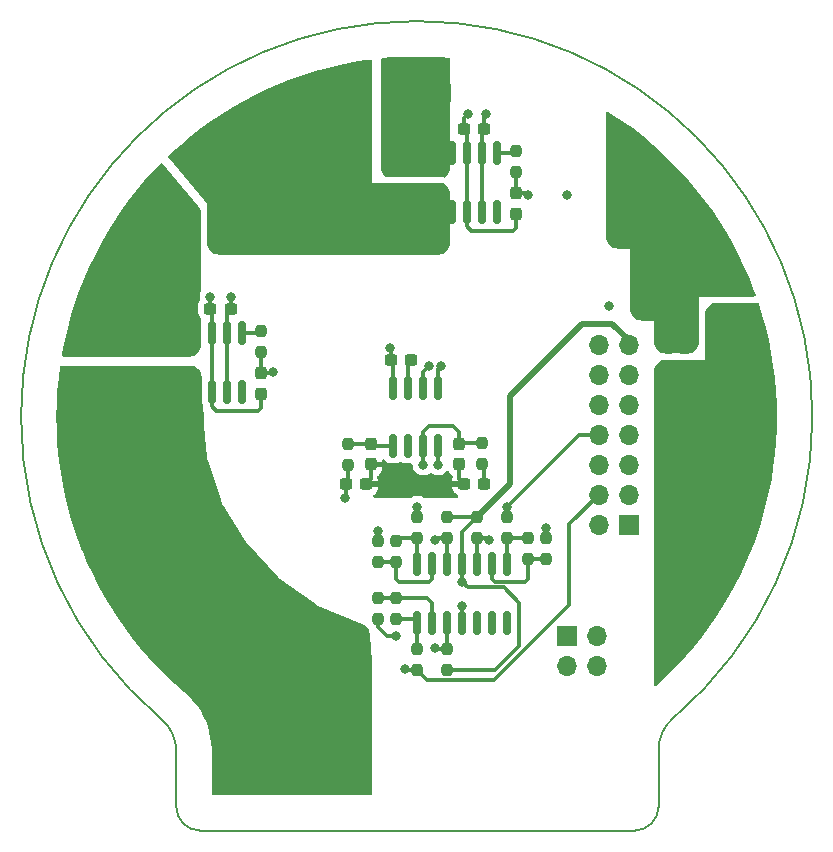
<source format=gbr>
%TF.GenerationSoftware,KiCad,Pcbnew,7.0.6*%
%TF.CreationDate,2024-03-18T21:18:51+03:00*%
%TF.ProjectId,_____ ________,1f3b3042-3020-4343-9042-47383a3e322e,rev?*%
%TF.SameCoordinates,Original*%
%TF.FileFunction,Copper,L1,Top*%
%TF.FilePolarity,Positive*%
%FSLAX46Y46*%
G04 Gerber Fmt 4.6, Leading zero omitted, Abs format (unit mm)*
G04 Created by KiCad (PCBNEW 7.0.6) date 2024-03-18 21:18:51*
%MOMM*%
%LPD*%
G01*
G04 APERTURE LIST*
G04 Aperture macros list*
%AMRoundRect*
0 Rectangle with rounded corners*
0 $1 Rounding radius*
0 $2 $3 $4 $5 $6 $7 $8 $9 X,Y pos of 4 corners*
0 Add a 4 corners polygon primitive as box body*
4,1,4,$2,$3,$4,$5,$6,$7,$8,$9,$2,$3,0*
0 Add four circle primitives for the rounded corners*
1,1,$1+$1,$2,$3*
1,1,$1+$1,$4,$5*
1,1,$1+$1,$6,$7*
1,1,$1+$1,$8,$9*
0 Add four rect primitives between the rounded corners*
20,1,$1+$1,$2,$3,$4,$5,0*
20,1,$1+$1,$4,$5,$6,$7,0*
20,1,$1+$1,$6,$7,$8,$9,0*
20,1,$1+$1,$8,$9,$2,$3,0*%
%AMRotRect*
0 Rectangle, with rotation*
0 The origin of the aperture is its center*
0 $1 length*
0 $2 width*
0 $3 Rotation angle, in degrees counterclockwise*
0 Add horizontal line*
21,1,$1,$2,0,0,$3*%
G04 Aperture macros list end*
%TA.AperFunction,SMDPad,CuDef*%
%ADD10RoundRect,0.249999X-1.425001X0.450001X-1.425001X-0.450001X1.425001X-0.450001X1.425001X0.450001X0*%
%TD*%
%TA.AperFunction,SMDPad,CuDef*%
%ADD11RoundRect,0.237500X0.237500X-0.250000X0.237500X0.250000X-0.237500X0.250000X-0.237500X-0.250000X0*%
%TD*%
%TA.AperFunction,ComponentPad*%
%ADD12RotRect,1.635000X1.635000X290.000000*%
%TD*%
%TA.AperFunction,ComponentPad*%
%ADD13C,1.635000*%
%TD*%
%TA.AperFunction,SMDPad,CuDef*%
%ADD14RoundRect,0.237500X0.237500X-0.300000X0.237500X0.300000X-0.237500X0.300000X-0.237500X-0.300000X0*%
%TD*%
%TA.AperFunction,SMDPad,CuDef*%
%ADD15RoundRect,0.237500X0.300000X0.237500X-0.300000X0.237500X-0.300000X-0.237500X0.300000X-0.237500X0*%
%TD*%
%TA.AperFunction,ComponentPad*%
%ADD16C,6.000000*%
%TD*%
%TA.AperFunction,SMDPad,CuDef*%
%ADD17RoundRect,0.237500X-0.300000X-0.237500X0.300000X-0.237500X0.300000X0.237500X-0.300000X0.237500X0*%
%TD*%
%TA.AperFunction,SMDPad,CuDef*%
%ADD18RoundRect,0.237500X-0.237500X0.250000X-0.237500X-0.250000X0.237500X-0.250000X0.237500X0.250000X0*%
%TD*%
%TA.AperFunction,SMDPad,CuDef*%
%ADD19RoundRect,0.150000X0.150000X-0.825000X0.150000X0.825000X-0.150000X0.825000X-0.150000X-0.825000X0*%
%TD*%
%TA.AperFunction,SMDPad,CuDef*%
%ADD20RoundRect,0.237500X-0.237500X0.300000X-0.237500X-0.300000X0.237500X-0.300000X0.237500X0.300000X0*%
%TD*%
%TA.AperFunction,ComponentPad*%
%ADD21RotRect,1.635000X1.635000X70.000000*%
%TD*%
%TA.AperFunction,ComponentPad*%
%ADD22RotRect,1.635000X1.635000X300.000000*%
%TD*%
%TA.AperFunction,ComponentPad*%
%ADD23R,1.635000X1.635000*%
%TD*%
%TA.AperFunction,ComponentPad*%
%ADD24RotRect,1.635000X1.635000X60.000000*%
%TD*%
%TA.AperFunction,SMDPad,CuDef*%
%ADD25RoundRect,0.150000X-0.150000X0.825000X-0.150000X-0.825000X0.150000X-0.825000X0.150000X0.825000X0*%
%TD*%
%TA.AperFunction,ComponentPad*%
%ADD26RotRect,1.635000X1.635000X50.000000*%
%TD*%
%TA.AperFunction,ComponentPad*%
%ADD27R,1.700000X1.700000*%
%TD*%
%TA.AperFunction,ComponentPad*%
%ADD28O,1.700000X1.700000*%
%TD*%
%TA.AperFunction,ComponentPad*%
%ADD29RotRect,1.635000X1.635000X310.000000*%
%TD*%
%TA.AperFunction,ViaPad*%
%ADD30C,0.800000*%
%TD*%
%TA.AperFunction,Conductor*%
%ADD31C,0.300000*%
%TD*%
%TA.AperFunction,Conductor*%
%ADD32C,0.500000*%
%TD*%
%TA.AperFunction,Profile*%
%ADD33C,0.200000*%
%TD*%
G04 APERTURE END LIST*
D10*
%TO.P,R5,1*%
%TO.N,B*%
X151892000Y-60450000D03*
%TO.P,R5,2*%
%TO.N,B_OUT*%
X151892000Y-66550000D03*
%TD*%
D11*
%TO.P,R17,1*%
%TO.N,GNDA*%
X148590000Y-100480500D03*
%TO.P,R17,2*%
%TO.N,Net-(U4C--)*%
X148590000Y-98655500D03*
%TD*%
D12*
%TO.P,J13,1,1*%
%TO.N,B_OUT*%
X144872270Y-59835673D03*
D13*
%TO.P,J13,2,2*%
X146411361Y-64064290D03*
%TD*%
D14*
%TO.P,C4,1*%
%TO.N,GND*%
X155448000Y-87323000D03*
%TO.P,C4,2*%
%TO.N,OUT_MCU*%
X155448000Y-85598000D03*
%TD*%
D15*
%TO.P,C8,1*%
%TO.N,+3.3V*%
X136091000Y-74168000D03*
%TO.P,C8,2*%
%TO.N,GND*%
X134366000Y-74168000D03*
%TD*%
D16*
%TO.P,J2,1,Pin_1*%
%TO.N,B*%
X151765000Y-55880000D03*
%TD*%
D17*
%TO.P,C1,1*%
%TO.N,+3.3V*%
X145822500Y-89050500D03*
%TO.P,C1,2*%
%TO.N,GND*%
X147547500Y-89050500D03*
%TD*%
D18*
%TO.P,R12,1*%
%TO.N,Temp_Coil_B_MCU*%
X151892000Y-91797500D03*
%TO.P,R12,2*%
%TO.N,Net-(R12-Pad2)*%
X151892000Y-93622500D03*
%TD*%
%TO.P,R10,1*%
%TO.N,Temp_Coil_A_MCU*%
X159512000Y-91797500D03*
%TO.P,R10,2*%
%TO.N,Net-(R10-Pad2)*%
X159512000Y-93622500D03*
%TD*%
D11*
%TO.P,R8,1*%
%TO.N,Current_C_MCU*%
X138684000Y-77874500D03*
%TO.P,R8,2*%
%TO.N,Net-(R8-Pad2)*%
X138684000Y-76049500D03*
%TD*%
D16*
%TO.P,J3,1,Pin_1*%
%TO.N,C*%
X129540000Y-70485000D03*
%TD*%
D19*
%TO.P,U2,1,-*%
%TO.N,B_OUT*%
X154813000Y-65975000D03*
%TO.P,U2,2,GND*%
%TO.N,GND*%
X156083000Y-65975000D03*
%TO.P,U2,3,REF2*%
%TO.N,+3.3V*%
X157353000Y-65975000D03*
%TO.P,U2,4,NC*%
%TO.N,unconnected-(U2-NC-Pad4)*%
X158623000Y-65975000D03*
%TO.P,U2,5*%
%TO.N,Net-(R6-Pad2)*%
X158623000Y-61025000D03*
%TO.P,U2,6,V+*%
%TO.N,+3.3V*%
X157353000Y-61025000D03*
%TO.P,U2,7,REF1*%
%TO.N,GND*%
X156083000Y-61025000D03*
%TO.P,U2,8,+*%
%TO.N,B*%
X154813000Y-61025000D03*
%TD*%
D18*
%TO.P,R16,1*%
%TO.N,GNDA*%
X148590000Y-93829500D03*
%TO.P,R16,2*%
%TO.N,Net-(U4B--)*%
X148590000Y-95654500D03*
%TD*%
%TO.P,R20,1*%
%TO.N,Net-(U4C--)*%
X150114000Y-98655500D03*
%TO.P,R20,2*%
%TO.N,Net-(R14-Pad2)*%
X150114000Y-100480500D03*
%TD*%
%TO.P,R11,1*%
%TO.N,+3.3VA*%
X154432000Y-91797500D03*
%TO.P,R11,2*%
%TO.N,PTC_Coil_B*%
X154432000Y-93622500D03*
%TD*%
D20*
%TO.P,C7,1*%
%TO.N,Current_B_MCU*%
X160274000Y-64415500D03*
%TO.P,C7,2*%
%TO.N,GND*%
X160274000Y-66140500D03*
%TD*%
D18*
%TO.P,R18,1*%
%TO.N,GNDA*%
X162814000Y-93575500D03*
%TO.P,R18,2*%
%TO.N,Net-(U4A--)*%
X162814000Y-95400500D03*
%TD*%
D20*
%TO.P,C3,1*%
%TO.N,Net-(D1-VDD)*%
X147955000Y-85648000D03*
%TO.P,C3,2*%
%TO.N,GND*%
X147955000Y-87373000D03*
%TD*%
D21*
%TO.P,J7,1,1*%
%TO.N,C_OUT*%
X145272909Y-107352617D03*
D13*
%TO.P,J7,2,2*%
X146812000Y-103124000D03*
%TD*%
D22*
%TO.P,J12,1,1*%
%TO.N,B_OUT*%
X139990000Y-62142886D03*
D13*
%TO.P,J12,2,2*%
X142240000Y-66040000D03*
%TD*%
D11*
%TO.P,R19,1*%
%TO.N,Net-(U4A--)*%
X161290000Y-95400500D03*
%TO.P,R19,2*%
%TO.N,Net-(R10-Pad2)*%
X161290000Y-93575500D03*
%TD*%
D19*
%TO.P,U3,1,-*%
%TO.N,C_OUT*%
X133223000Y-81215000D03*
%TO.P,U3,2,GND*%
%TO.N,GND*%
X134493000Y-81215000D03*
%TO.P,U3,3,REF2*%
%TO.N,+3.3V*%
X135763000Y-81215000D03*
%TO.P,U3,4,NC*%
%TO.N,unconnected-(U3-NC-Pad4)*%
X137033000Y-81215000D03*
%TO.P,U3,5*%
%TO.N,Net-(R8-Pad2)*%
X137033000Y-76265000D03*
%TO.P,U3,6,V+*%
%TO.N,+3.3V*%
X135763000Y-76265000D03*
%TO.P,U3,7,REF1*%
%TO.N,GND*%
X134493000Y-76265000D03*
%TO.P,U3,8,+*%
%TO.N,C*%
X133223000Y-76265000D03*
%TD*%
D23*
%TO.P,J6,1,1*%
%TO.N,A_OUT*%
X178272000Y-79248000D03*
D13*
%TO.P,J6,2,2*%
X173772000Y-79248000D03*
%TD*%
D11*
%TO.P,R2,1*%
%TO.N,Net-(C2-Pad2)*%
X157353000Y-87373000D03*
%TO.P,R2,2*%
%TO.N,OUT_MCU*%
X157353000Y-85548000D03*
%TD*%
D16*
%TO.P,J1,1,Pin_1*%
%TO.N,A*%
X173990000Y-70485000D03*
%TD*%
D24*
%TO.P,J10,1,1*%
%TO.N,C_OUT*%
X140498000Y-104989114D03*
D13*
%TO.P,J10,2,2*%
X142748000Y-101092000D03*
%TD*%
D23*
%TO.P,J5,1,1*%
%TO.N,A_OUT*%
X178272000Y-83566000D03*
D13*
%TO.P,J5,2,2*%
X173772000Y-83566000D03*
%TD*%
D25*
%TO.P,U4,1*%
%TO.N,Net-(R10-Pad2)*%
X159512000Y-95823000D03*
%TO.P,U4,2,-*%
%TO.N,Net-(U4A--)*%
X158242000Y-95823000D03*
%TO.P,U4,3,+*%
%TO.N,PTC_Coil_A*%
X156972000Y-95823000D03*
%TO.P,U4,4,V+*%
%TO.N,+3.3VA*%
X155702000Y-95823000D03*
%TO.P,U4,5,+*%
%TO.N,PTC_Coil_B*%
X154432000Y-95823000D03*
%TO.P,U4,6,-*%
%TO.N,Net-(U4B--)*%
X153162000Y-95823000D03*
%TO.P,U4,7*%
%TO.N,Net-(R12-Pad2)*%
X151892000Y-95823000D03*
%TO.P,U4,8*%
%TO.N,Net-(R14-Pad2)*%
X151892000Y-100773000D03*
%TO.P,U4,9,-*%
%TO.N,Net-(U4C--)*%
X153162000Y-100773000D03*
%TO.P,U4,10,+*%
%TO.N,PTC_Coil_C*%
X154432000Y-100773000D03*
%TO.P,U4,11,V-*%
%TO.N,GNDA*%
X155702000Y-100773000D03*
%TO.P,U4,12*%
%TO.N,N/C*%
X156972000Y-100773000D03*
%TO.P,U4,13*%
X158242000Y-100773000D03*
%TO.P,U4,14*%
X159512000Y-100773000D03*
%TD*%
D11*
%TO.P,R6,1*%
%TO.N,Current_B_MCU*%
X160274000Y-62634500D03*
%TO.P,R6,2*%
%TO.N,Net-(R6-Pad2)*%
X160274000Y-60809500D03*
%TD*%
D18*
%TO.P,R9,1*%
%TO.N,+3.3VA*%
X156972000Y-91797500D03*
%TO.P,R9,2*%
%TO.N,PTC_Coil_A*%
X156972000Y-93622500D03*
%TD*%
D26*
%TO.P,J11,1,1*%
%TO.N,C_OUT*%
X136045456Y-101999200D03*
D13*
%TO.P,J11,2,2*%
X138938000Y-98552000D03*
%TD*%
D11*
%TO.P,R14,1*%
%TO.N,Temp_Coil_C_MCU*%
X151892000Y-104798500D03*
%TO.P,R14,2*%
%TO.N,Net-(R14-Pad2)*%
X151892000Y-102973500D03*
%TD*%
D27*
%TO.P,J8,1,Pin_1*%
%TO.N,PTC_Coil_A*%
X164540000Y-101874000D03*
D28*
%TO.P,J8,2,Pin_2*%
%TO.N,GNDA*%
X167080000Y-101874000D03*
%TO.P,J8,3,Pin_3*%
%TO.N,PTC_Coil_C*%
X164540000Y-104414000D03*
%TO.P,J8,4,Pin_4*%
%TO.N,PTC_Coil_B*%
X167080000Y-104414000D03*
%TD*%
D11*
%TO.P,R13,1*%
%TO.N,+3.3VA*%
X154432000Y-104798500D03*
%TO.P,R13,2*%
%TO.N,PTC_Coil_C*%
X154432000Y-102973500D03*
%TD*%
%TO.P,R1,1*%
%TO.N,+3.3V*%
X146050000Y-87423000D03*
%TO.P,R1,2*%
%TO.N,Net-(D1-VDD)*%
X146050000Y-85598000D03*
%TD*%
D10*
%TO.P,R7,1*%
%TO.N,C*%
X129540000Y-75690000D03*
%TO.P,R7,2*%
%TO.N,C_OUT*%
X129540000Y-81790000D03*
%TD*%
D29*
%TO.P,J14,1,1*%
%TO.N,B_OUT*%
X135537456Y-65132800D03*
D13*
%TO.P,J14,2,2*%
X138430000Y-68580000D03*
%TD*%
D17*
%TO.P,C2,1*%
%TO.N,GND*%
X155855500Y-89000500D03*
%TO.P,C2,2*%
%TO.N,Net-(C2-Pad2)*%
X157580500Y-89000500D03*
%TD*%
D15*
%TO.P,C6,1*%
%TO.N,+3.3V*%
X157580500Y-58928000D03*
%TO.P,C6,2*%
%TO.N,GND*%
X155855500Y-58928000D03*
%TD*%
D23*
%TO.P,J9,1,1*%
%TO.N,A_OUT*%
X178272000Y-87884000D03*
D13*
%TO.P,J9,2,2*%
X173772000Y-87884000D03*
%TD*%
D19*
%TO.P,D1,1,VDD*%
%TO.N,Net-(D1-VDD)*%
X149859712Y-85812789D03*
%TO.P,D1,2,NC*%
%TO.N,unconnected-(D1-NC-Pad2)*%
X151129712Y-85812789D03*
%TO.P,D1,3,OUT*%
%TO.N,OUT_MCU*%
X152399712Y-85812789D03*
%TO.P,D1,4,SCLK*%
%TO.N,SCLK_MCU*%
X153669712Y-85812789D03*
%TO.P,D1,5,CS*%
%TO.N,CS_MCU*%
X153669712Y-80862789D03*
%TO.P,D1,6,SDIO*%
%TO.N,SDIO_MCU*%
X152399712Y-80862789D03*
%TO.P,D1,7,VLDO*%
%TO.N,Net-(D1-VLDO)*%
X151129712Y-80862789D03*
%TO.P,D1,8,GND*%
%TO.N,GND*%
X149859712Y-80862789D03*
%TD*%
D11*
%TO.P,R15,1*%
%TO.N,Net-(U4B--)*%
X150114000Y-95654500D03*
%TO.P,R15,2*%
%TO.N,Net-(R12-Pad2)*%
X150114000Y-93829500D03*
%TD*%
D17*
%TO.P,C5,1*%
%TO.N,GND*%
X149632500Y-78486000D03*
%TO.P,C5,2*%
%TO.N,Net-(D1-VLDO)*%
X151357500Y-78486000D03*
%TD*%
D20*
%TO.P,C9,1*%
%TO.N,Current_C_MCU*%
X138684000Y-79655500D03*
%TO.P,C9,2*%
%TO.N,GND*%
X138684000Y-81380500D03*
%TD*%
D27*
%TO.P,J4,1,Pin_1*%
%TO.N,+3.3V*%
X169784000Y-92456000D03*
D28*
%TO.P,J4,2,Pin_2*%
%TO.N,GND*%
X167244000Y-92456000D03*
%TO.P,J4,3,Pin_3*%
%TO.N,CS_MCU*%
X169784000Y-89916000D03*
%TO.P,J4,4,Pin_4*%
%TO.N,Temp_Coil_C_MCU*%
X167244000Y-89916000D03*
%TO.P,J4,5,Pin_5*%
%TO.N,SCLK_MCU*%
X169784000Y-87376000D03*
%TO.P,J4,6,Pin_6*%
%TO.N,Temp_Coil_B_MCU*%
X167244000Y-87376000D03*
%TO.P,J4,7,Pin_7*%
%TO.N,SDIO_MCU*%
X169784000Y-84836000D03*
%TO.P,J4,8,Pin_8*%
%TO.N,Temp_Coil_A_MCU*%
X167244000Y-84836000D03*
%TO.P,J4,9,Pin_9*%
%TO.N,OUT_MCU*%
X169784000Y-82296000D03*
%TO.P,J4,10,Pin_10*%
%TO.N,Current_C_MCU*%
X167244000Y-82296000D03*
%TO.P,J4,11,Pin_11*%
%TO.N,Current_B_MCU*%
X169784000Y-79756000D03*
%TO.P,J4,12,Pin_12*%
%TO.N,Current_A_MCU*%
X167244000Y-79756000D03*
%TO.P,J4,13,Pin_13*%
%TO.N,+3.3VA*%
X169784000Y-77216000D03*
%TO.P,J4,14,Pin_14*%
%TO.N,GNDA*%
X167244000Y-77216000D03*
%TD*%
D30*
%TO.N,+3.3V*%
X136144000Y-73152000D03*
X164592000Y-64516000D03*
X157734000Y-57658000D03*
X145796000Y-90170000D03*
%TO.N,GND*%
X149606000Y-77470000D03*
X156210000Y-57658000D03*
X134366000Y-73152000D03*
X151892000Y-89154000D03*
%TO.N,OUT_MCU*%
X152400000Y-87376000D03*
%TO.N,SCLK_MCU*%
X153670000Y-87376000D03*
%TO.N,CS_MCU*%
X153924000Y-78994000D03*
%TO.N,SDIO_MCU*%
X152908000Y-78994000D03*
%TO.N,Current_B_MCU*%
X161290000Y-64516000D03*
%TO.N,Current_C_MCU*%
X139700000Y-79502000D03*
%TO.N,A*%
X170688000Y-72644000D03*
X175006000Y-74676000D03*
X171450000Y-74168000D03*
X174244000Y-75184000D03*
X170688000Y-73660000D03*
X174244000Y-77216000D03*
X175006000Y-76708000D03*
X175006000Y-75692000D03*
X174244000Y-74168000D03*
X174244000Y-76200000D03*
X170688000Y-74676000D03*
%TO.N,A_OUT*%
X180594000Y-79248000D03*
X177546000Y-76708000D03*
X180594000Y-76708000D03*
X180594000Y-74676000D03*
X181102000Y-78486000D03*
X180086000Y-78486000D03*
X176784000Y-75184000D03*
X168148000Y-73914000D03*
X177546000Y-74676000D03*
X177546000Y-77724000D03*
X180594000Y-77724000D03*
X176784000Y-77216000D03*
X180594000Y-75692000D03*
X181102000Y-80010000D03*
X180086000Y-80010000D03*
X177546000Y-75692000D03*
X176784000Y-76200000D03*
%TO.N,B*%
X149352000Y-59182000D03*
X150368000Y-62230000D03*
X149352000Y-61214000D03*
X149352000Y-62230000D03*
X149352000Y-60198000D03*
X152400000Y-62230000D03*
X151384000Y-62230000D03*
X153416000Y-62230000D03*
%TO.N,B_OUT*%
X152400000Y-64008000D03*
X151892000Y-65024000D03*
X149352000Y-68072000D03*
X152400000Y-68072000D03*
X150876000Y-65024000D03*
X149352000Y-66040000D03*
X151384000Y-64008000D03*
X153416000Y-68072000D03*
X149352000Y-64008000D03*
X150368000Y-64008000D03*
X151384000Y-68072000D03*
X153416000Y-64008000D03*
X152908000Y-65024000D03*
X149352000Y-67056000D03*
X150368000Y-68072000D03*
X149860000Y-65024000D03*
%TO.N,C*%
X125984000Y-75692000D03*
X127000000Y-73660000D03*
X126492000Y-76708000D03*
X125476000Y-76708000D03*
X127508000Y-74676000D03*
X124460000Y-76708000D03*
X125984000Y-73660000D03*
X124968000Y-75692000D03*
X127000000Y-75692000D03*
X126492000Y-74676000D03*
X125476000Y-74676000D03*
%TO.N,C_OUT*%
X130048000Y-80264000D03*
X127000000Y-81280000D03*
X129032000Y-80264000D03*
X132080000Y-84836000D03*
X132080000Y-83312000D03*
X130556000Y-84074000D03*
X128016000Y-83312000D03*
X131064000Y-83312000D03*
X128016000Y-84836000D03*
X129540000Y-84074000D03*
X129032000Y-84836000D03*
X129032000Y-83312000D03*
X127000000Y-83312000D03*
X127000000Y-82296000D03*
X131064000Y-84836000D03*
X131064000Y-80264000D03*
X130048000Y-83312000D03*
X127000000Y-80264000D03*
X130048000Y-84836000D03*
X128016000Y-80264000D03*
X131572000Y-84074000D03*
X128524000Y-84074000D03*
%TO.N,GNDA*%
X155702000Y-99314000D03*
X148590000Y-92964000D03*
X150114000Y-101854000D03*
X162814000Y-92710000D03*
%TO.N,Temp_Coil_C_MCU*%
X150876000Y-104648000D03*
%TO.N,Temp_Coil_B_MCU*%
X151892000Y-90932000D03*
%TO.N,Temp_Coil_A_MCU*%
X159512000Y-90932000D03*
%TO.N,+3.3VA*%
X155702000Y-97282000D03*
%TO.N,PTC_Coil_A*%
X157988000Y-93726000D03*
%TO.N,PTC_Coil_B*%
X153416000Y-93726000D03*
%TO.N,PTC_Coil_C*%
X153416000Y-102870000D03*
%TD*%
D31*
%TO.N,+3.3V*%
X135763000Y-74496000D02*
X136091000Y-74168000D01*
X146050000Y-87423000D02*
X146050000Y-88823000D01*
X145822500Y-90143500D02*
X145796000Y-90170000D01*
X136091000Y-74168000D02*
X136091000Y-73205000D01*
X157353000Y-61025000D02*
X157353000Y-65975000D01*
X135763000Y-81215000D02*
X135763000Y-76265000D01*
X157353000Y-59155500D02*
X157580500Y-58928000D01*
X136091000Y-73205000D02*
X136144000Y-73152000D01*
X157580500Y-57811500D02*
X157734000Y-57658000D01*
X157353000Y-61025000D02*
X157353000Y-59155500D01*
X135763000Y-76265000D02*
X135763000Y-74496000D01*
X145822500Y-89050500D02*
X145822500Y-90143500D01*
X146050000Y-88823000D02*
X145822500Y-89050500D01*
X157580500Y-58928000D02*
X157580500Y-57811500D01*
%TO.N,GND*%
X134493000Y-74295000D02*
X134366000Y-74168000D01*
X155855500Y-58928000D02*
X155855500Y-58012500D01*
X134366000Y-74168000D02*
X134366000Y-73152000D01*
X134493000Y-82423000D02*
X134874000Y-82804000D01*
X134493000Y-76265000D02*
X134493000Y-74295000D01*
X134493000Y-81215000D02*
X134493000Y-76265000D01*
X134493000Y-81215000D02*
X134493000Y-82423000D01*
X147955000Y-88643000D02*
X147547500Y-89050500D01*
X149632500Y-78486000D02*
X149632500Y-77496500D01*
X149859712Y-80862789D02*
X149859712Y-78713212D01*
X156083000Y-59155500D02*
X155855500Y-58928000D01*
X134874000Y-82804000D02*
X138430000Y-82804000D01*
X149632500Y-77496500D02*
X149606000Y-77470000D01*
X156083000Y-61025000D02*
X156083000Y-59155500D01*
X156083000Y-61025000D02*
X156083000Y-65975000D01*
X160274000Y-66140500D02*
X160274000Y-67310000D01*
X155448000Y-88593000D02*
X155855500Y-89000500D01*
X138430000Y-82804000D02*
X138684000Y-82550000D01*
X160020000Y-67564000D02*
X156464000Y-67564000D01*
X155855500Y-58012500D02*
X156210000Y-57658000D01*
X147955000Y-87373000D02*
X147955000Y-88643000D01*
X156464000Y-67564000D02*
X156083000Y-67183000D01*
X156083000Y-67183000D02*
X156083000Y-65975000D01*
X149859712Y-78713212D02*
X149632500Y-78486000D01*
X155448000Y-87323000D02*
X155448000Y-88593000D01*
X138684000Y-82550000D02*
X138684000Y-81380500D01*
X160274000Y-67310000D02*
X160020000Y-67564000D01*
%TO.N,Net-(D1-VDD)*%
X147905000Y-85598000D02*
X147955000Y-85648000D01*
X146050000Y-85598000D02*
X147905000Y-85598000D01*
X148119789Y-85812789D02*
X147955000Y-85648000D01*
X149859712Y-85812789D02*
X148119789Y-85812789D01*
%TO.N,OUT_MCU*%
X155498000Y-85548000D02*
X155448000Y-85598000D01*
X155448000Y-84582000D02*
X155448000Y-85598000D01*
X154940000Y-84074000D02*
X155448000Y-84582000D01*
X157353000Y-85548000D02*
X155498000Y-85548000D01*
X152908000Y-84074000D02*
X154940000Y-84074000D01*
X152399712Y-84582288D02*
X152908000Y-84074000D01*
X152399712Y-85812789D02*
X152399712Y-87375712D01*
X152399712Y-85812789D02*
X152399712Y-84582288D01*
X152399712Y-87375712D02*
X152400000Y-87376000D01*
%TO.N,Net-(D1-VLDO)*%
X151129712Y-78713788D02*
X151357500Y-78486000D01*
X151129712Y-80862789D02*
X151129712Y-78713788D01*
%TO.N,SCLK_MCU*%
X153669712Y-85812789D02*
X153669712Y-87375712D01*
X153669712Y-87375712D02*
X153670000Y-87376000D01*
%TO.N,CS_MCU*%
X153669712Y-79248288D02*
X153924000Y-78994000D01*
X153669712Y-80862789D02*
X153669712Y-79248288D01*
%TO.N,SDIO_MCU*%
X152399712Y-80862789D02*
X152399712Y-79502288D01*
X152399712Y-79502288D02*
X152908000Y-78994000D01*
%TO.N,Current_B_MCU*%
X160274000Y-62634500D02*
X160274000Y-64415500D01*
X161189500Y-64415500D02*
X161290000Y-64516000D01*
X160274000Y-64415500D02*
X161189500Y-64415500D01*
%TO.N,Current_C_MCU*%
X138684000Y-77874500D02*
X138684000Y-79655500D01*
X138684000Y-79655500D02*
X139546500Y-79655500D01*
X139546500Y-79655500D02*
X139700000Y-79502000D01*
%TO.N,C*%
X129540000Y-75690000D02*
X132648000Y-75690000D01*
X132648000Y-75690000D02*
X133223000Y-76265000D01*
%TO.N,GNDA*%
X148590000Y-93829500D02*
X148590000Y-92964000D01*
X155702000Y-100773000D02*
X155702000Y-99314000D01*
X162814000Y-93575500D02*
X162814000Y-92710000D01*
X148590000Y-100480500D02*
X148590000Y-101092000D01*
X149352000Y-101854000D02*
X150114000Y-101854000D01*
X148590000Y-101092000D02*
X149352000Y-101854000D01*
%TO.N,Temp_Coil_C_MCU*%
X164756000Y-92404000D02*
X167244000Y-89916000D01*
X151892000Y-104798500D02*
X151026500Y-104798500D01*
X164756000Y-99258000D02*
X164756000Y-92404000D01*
X151892000Y-104798500D02*
X152729500Y-105636000D01*
X151026500Y-104798500D02*
X150876000Y-104648000D01*
X158378000Y-105636000D02*
X164756000Y-99258000D01*
X152729500Y-105636000D02*
X158378000Y-105636000D01*
%TO.N,Temp_Coil_B_MCU*%
X151892000Y-91797500D02*
X151892000Y-90932000D01*
%TO.N,Temp_Coil_A_MCU*%
X159512000Y-91797500D02*
X159512000Y-90932000D01*
X165608000Y-84836000D02*
X167244000Y-84836000D01*
X159512000Y-90932000D02*
X165608000Y-84836000D01*
%TO.N,+3.3VA*%
X154432000Y-91797500D02*
X156972000Y-91797500D01*
X155702000Y-95823000D02*
X155702000Y-93067500D01*
D32*
X159766000Y-89003500D02*
X156972000Y-91797500D01*
X168402000Y-75438000D02*
X165862000Y-75438000D01*
D31*
X160528000Y-99060000D02*
X160528000Y-102743000D01*
X158472500Y-104798500D02*
X154432000Y-104798500D01*
D32*
X169784000Y-76820000D02*
X168402000Y-75438000D01*
D31*
X156202000Y-97782000D02*
X159250000Y-97782000D01*
X160528000Y-102743000D02*
X158472500Y-104798500D01*
D32*
X169784000Y-77216000D02*
X169784000Y-76820000D01*
D31*
X159250000Y-97782000D02*
X160528000Y-99060000D01*
X155702000Y-97282000D02*
X156202000Y-97782000D01*
X155702000Y-95823000D02*
X155702000Y-97282000D01*
X155702000Y-93067500D02*
X156972000Y-91797500D01*
D32*
X159766000Y-81534000D02*
X159766000Y-89003500D01*
X165862000Y-75438000D02*
X159766000Y-81534000D01*
D31*
%TO.N,PTC_Coil_A*%
X156972000Y-93622500D02*
X157884500Y-93622500D01*
X156972000Y-93622500D02*
X156972000Y-95823000D01*
X157884500Y-93622500D02*
X157988000Y-93726000D01*
%TO.N,PTC_Coil_B*%
X154432000Y-93622500D02*
X153519500Y-93622500D01*
X153519500Y-93622500D02*
X153416000Y-93726000D01*
X154432000Y-93622500D02*
X154432000Y-95823000D01*
%TO.N,PTC_Coil_C*%
X153519500Y-102973500D02*
X153416000Y-102870000D01*
X154432000Y-100773000D02*
X154432000Y-102973500D01*
X154432000Y-102973500D02*
X153519500Y-102973500D01*
%TO.N,Net-(R14-Pad2)*%
X151599500Y-100480500D02*
X151892000Y-100773000D01*
X151892000Y-102973500D02*
X151892000Y-100773000D01*
X150114000Y-100480500D02*
X151599500Y-100480500D01*
%TO.N,Net-(R12-Pad2)*%
X150321000Y-93622500D02*
X150114000Y-93829500D01*
X151892000Y-95823000D02*
X151892000Y-93622500D01*
X151892000Y-93622500D02*
X150321000Y-93622500D01*
%TO.N,Net-(R10-Pad2)*%
X159512000Y-95823000D02*
X159512000Y-93622500D01*
X159512000Y-93622500D02*
X161243000Y-93622500D01*
X161243000Y-93622500D02*
X161290000Y-93575500D01*
%TO.N,Net-(U4C--)*%
X152757500Y-98655500D02*
X153162000Y-99060000D01*
X150114000Y-98655500D02*
X152757500Y-98655500D01*
X148590000Y-98655500D02*
X150114000Y-98655500D01*
X153162000Y-99060000D02*
X153162000Y-100773000D01*
%TO.N,Net-(U4B--)*%
X150368000Y-97282000D02*
X150114000Y-97028000D01*
X153162000Y-97028000D02*
X152908000Y-97282000D01*
X152908000Y-97282000D02*
X150368000Y-97282000D01*
X153162000Y-95823000D02*
X153162000Y-97028000D01*
X150114000Y-97028000D02*
X150114000Y-95654500D01*
X148590000Y-95654500D02*
X150114000Y-95654500D01*
%TO.N,Net-(U4A--)*%
X158242000Y-95823000D02*
X158242000Y-97028000D01*
X161036000Y-97282000D02*
X161290000Y-97028000D01*
X158496000Y-97282000D02*
X161036000Y-97282000D01*
X162814000Y-95400500D02*
X161290000Y-95400500D01*
X161290000Y-97028000D02*
X161290000Y-95400500D01*
X158242000Y-97028000D02*
X158496000Y-97282000D01*
%TO.N,Net-(R8-Pad2)*%
X138468500Y-76265000D02*
X138684000Y-76049500D01*
X137033000Y-76265000D02*
X138468500Y-76265000D01*
%TO.N,Net-(R6-Pad2)*%
X158623000Y-61025000D02*
X160058500Y-61025000D01*
X160058500Y-61025000D02*
X160274000Y-60809500D01*
%TO.N,Net-(C2-Pad2)*%
X157580500Y-89000500D02*
X157580500Y-87600500D01*
X157580500Y-87600500D02*
X157353000Y-87373000D01*
%TD*%
%TA.AperFunction,Conductor*%
%TO.N,GND*%
G36*
X149135202Y-86956812D02*
G01*
X149160729Y-86987401D01*
X149191631Y-87039654D01*
X149191633Y-87039656D01*
X149191635Y-87039659D01*
X149307841Y-87155865D01*
X149307845Y-87155868D01*
X149307847Y-87155870D01*
X149449314Y-87239533D01*
X149481524Y-87248891D01*
X149607138Y-87285386D01*
X149607141Y-87285386D01*
X149607143Y-87285387D01*
X149619434Y-87286354D01*
X149644016Y-87288289D01*
X149644018Y-87288289D01*
X150075408Y-87288289D01*
X150093843Y-87286838D01*
X150112281Y-87285387D01*
X150112283Y-87285386D01*
X150112285Y-87285386D01*
X150153903Y-87273294D01*
X150270110Y-87239533D01*
X150411577Y-87155870D01*
X150411582Y-87155864D01*
X150417743Y-87151087D01*
X150419645Y-87153539D01*
X150468291Y-87126944D01*
X150537986Y-87131893D01*
X150570407Y-87152729D01*
X150571681Y-87151087D01*
X150577844Y-87155867D01*
X150577847Y-87155870D01*
X150719314Y-87239533D01*
X150751524Y-87248891D01*
X150877138Y-87285386D01*
X150877141Y-87285386D01*
X150877143Y-87285387D01*
X150889434Y-87286354D01*
X150914016Y-87288289D01*
X150914018Y-87288289D01*
X151345407Y-87288289D01*
X151348206Y-87288068D01*
X151363750Y-87286845D01*
X151432126Y-87301209D01*
X151481884Y-87350260D01*
X151496799Y-87397499D01*
X151514326Y-87564256D01*
X151514327Y-87564259D01*
X151572818Y-87744277D01*
X151572821Y-87744284D01*
X151667467Y-87908216D01*
X151765000Y-88016537D01*
X151794129Y-88048888D01*
X151947265Y-88160148D01*
X151947270Y-88160151D01*
X152120192Y-88237142D01*
X152120197Y-88237144D01*
X152305354Y-88276500D01*
X152305355Y-88276500D01*
X152494644Y-88276500D01*
X152494646Y-88276500D01*
X152679803Y-88237144D01*
X152852730Y-88160151D01*
X152962117Y-88080676D01*
X153027920Y-88057198D01*
X153095974Y-88073023D01*
X153107871Y-88080668D01*
X153181070Y-88133850D01*
X153217270Y-88160151D01*
X153390192Y-88237142D01*
X153390197Y-88237144D01*
X153575354Y-88276500D01*
X153575355Y-88276500D01*
X153764644Y-88276500D01*
X153764646Y-88276500D01*
X153949803Y-88237144D01*
X154122730Y-88160151D01*
X154275871Y-88048888D01*
X154361418Y-87953877D01*
X154420903Y-87917230D01*
X154490760Y-87918560D01*
X154548809Y-87957447D01*
X154559105Y-87971754D01*
X154628052Y-88083534D01*
X154628055Y-88083538D01*
X154749960Y-88205443D01*
X154849380Y-88266766D01*
X154896104Y-88318714D01*
X154907327Y-88387677D01*
X154889824Y-88437399D01*
X154882549Y-88449194D01*
X154882546Y-88449199D01*
X154828319Y-88612847D01*
X154818000Y-88713845D01*
X154818000Y-88750500D01*
X155981500Y-88750500D01*
X156048539Y-88770185D01*
X156094294Y-88822989D01*
X156105500Y-88874500D01*
X156105500Y-89126500D01*
X156085815Y-89193539D01*
X156033011Y-89239294D01*
X155981500Y-89250500D01*
X154818001Y-89250500D01*
X154818001Y-89287154D01*
X154828319Y-89388152D01*
X154882546Y-89551800D01*
X154882551Y-89551811D01*
X154973052Y-89698534D01*
X154973055Y-89698538D01*
X155094961Y-89820444D01*
X155094965Y-89820447D01*
X155241688Y-89910948D01*
X155241699Y-89910953D01*
X155294030Y-89928294D01*
X155351475Y-89968067D01*
X155378298Y-90032582D01*
X155365983Y-90101358D01*
X155318440Y-90152558D01*
X155255026Y-90170000D01*
X152415509Y-90170000D01*
X152350471Y-90150902D01*
X152350359Y-90151098D01*
X152349554Y-90150633D01*
X152348470Y-90150315D01*
X152345577Y-90148337D01*
X152344733Y-90147850D01*
X152171807Y-90070857D01*
X152171802Y-90070855D01*
X151991736Y-90032582D01*
X151986646Y-90031500D01*
X151797354Y-90031500D01*
X151792264Y-90032582D01*
X151612197Y-90070855D01*
X151612192Y-90070857D01*
X151439266Y-90147850D01*
X151433641Y-90151098D01*
X151432674Y-90149424D01*
X151375561Y-90169798D01*
X151368491Y-90170000D01*
X148259622Y-90170000D01*
X148192583Y-90150315D01*
X148146828Y-90097511D01*
X148136884Y-90028353D01*
X148165909Y-89964797D01*
X148194525Y-89940462D01*
X148308034Y-89870447D01*
X148308038Y-89870444D01*
X148429944Y-89748538D01*
X148429947Y-89748534D01*
X148520448Y-89601811D01*
X148520453Y-89601800D01*
X148574680Y-89438152D01*
X148584999Y-89337154D01*
X148585000Y-89337141D01*
X148585000Y-89300500D01*
X147421500Y-89300500D01*
X147354461Y-89280815D01*
X147308706Y-89228011D01*
X147297500Y-89176500D01*
X147297500Y-88924500D01*
X147317185Y-88857461D01*
X147369989Y-88811706D01*
X147421500Y-88800500D01*
X148584999Y-88800500D01*
X148584999Y-88763860D01*
X148584998Y-88763845D01*
X148574680Y-88662847D01*
X148520453Y-88499199D01*
X148520450Y-88499192D01*
X148513178Y-88487403D01*
X148494737Y-88420011D01*
X148515659Y-88353347D01*
X148553620Y-88316766D01*
X148653037Y-88255445D01*
X148774944Y-88133538D01*
X148774947Y-88133534D01*
X148865448Y-87986811D01*
X148865453Y-87986800D01*
X148919680Y-87823152D01*
X148929999Y-87722154D01*
X148930000Y-87722141D01*
X148930000Y-87623000D01*
X147829000Y-87623000D01*
X147761961Y-87603315D01*
X147716206Y-87550511D01*
X147705000Y-87499000D01*
X147705000Y-87247000D01*
X147724685Y-87179961D01*
X147777489Y-87134206D01*
X147829000Y-87123000D01*
X148929999Y-87123000D01*
X148929999Y-87050525D01*
X148949684Y-86983486D01*
X149002488Y-86937731D01*
X149071646Y-86927787D01*
X149135202Y-86956812D01*
G37*
%TD.AperFunction*%
%TD*%
%TA.AperFunction,Conductor*%
%TO.N,A*%
G36*
X168083162Y-57521101D02*
G01*
X168337537Y-57678233D01*
X168337537Y-57678234D01*
X169242817Y-58283123D01*
X170125931Y-58919938D01*
X170985753Y-59587868D01*
X171821187Y-60286062D01*
X172631168Y-61013629D01*
X173414665Y-61769643D01*
X174170679Y-62553140D01*
X174898246Y-63363121D01*
X175596440Y-64198555D01*
X176264370Y-65058377D01*
X176901185Y-65941491D01*
X177506074Y-66846771D01*
X178078266Y-67773065D01*
X178617032Y-68719192D01*
X179121686Y-69683945D01*
X179591583Y-70666096D01*
X180026126Y-71664393D01*
X180424760Y-72677563D01*
X180533834Y-72986747D01*
X180537573Y-73056517D01*
X180502999Y-73117232D01*
X180441088Y-73149617D01*
X180416897Y-73152000D01*
X175768000Y-73152000D01*
X175768000Y-74152000D01*
X175768000Y-74152003D01*
X175768000Y-76974951D01*
X175767701Y-76981032D01*
X175749982Y-77160934D01*
X175745240Y-77184775D01*
X175695424Y-77348998D01*
X175686121Y-77371456D01*
X175605227Y-77522798D01*
X175591722Y-77543010D01*
X175482854Y-77675666D01*
X175465666Y-77692854D01*
X175333010Y-77801722D01*
X175312798Y-77815227D01*
X175161456Y-77896121D01*
X175138998Y-77905424D01*
X174974775Y-77955240D01*
X174950934Y-77959982D01*
X174771032Y-77977701D01*
X174764951Y-77978000D01*
X174140984Y-77978000D01*
X174108891Y-77973775D01*
X174001748Y-77945066D01*
X174001744Y-77945065D01*
X174001743Y-77945065D01*
X174001742Y-77945064D01*
X174001737Y-77945064D01*
X173772002Y-77924965D01*
X173771998Y-77924965D01*
X173542262Y-77945064D01*
X173542251Y-77945066D01*
X173435109Y-77973775D01*
X173403016Y-77978000D01*
X172961049Y-77978000D01*
X172954968Y-77977701D01*
X172775065Y-77959982D01*
X172751224Y-77955240D01*
X172587001Y-77905424D01*
X172564543Y-77896121D01*
X172413201Y-77815227D01*
X172392989Y-77801722D01*
X172260333Y-77692854D01*
X172243145Y-77675666D01*
X172134277Y-77543010D01*
X172120772Y-77522798D01*
X172039878Y-77371456D01*
X172030575Y-77348998D01*
X171980757Y-77184769D01*
X171976018Y-77160941D01*
X171958299Y-76981032D01*
X171958000Y-76974951D01*
X171958000Y-76184003D01*
X171958000Y-76183999D01*
X171958000Y-75184000D01*
X170958000Y-75184000D01*
X170957997Y-75184000D01*
X170929049Y-75184000D01*
X170922968Y-75183701D01*
X170743065Y-75165982D01*
X170719224Y-75161240D01*
X170555001Y-75111424D01*
X170532543Y-75102121D01*
X170381201Y-75021227D01*
X170360989Y-75007722D01*
X170228333Y-74898854D01*
X170211145Y-74881666D01*
X170102277Y-74749010D01*
X170088772Y-74728798D01*
X170007878Y-74577456D01*
X169998575Y-74554998D01*
X169948757Y-74390769D01*
X169944018Y-74366941D01*
X169926299Y-74187032D01*
X169926000Y-74180951D01*
X169926000Y-70088003D01*
X169925999Y-70087992D01*
X169926000Y-69088000D01*
X168926000Y-69088000D01*
X168925997Y-69088000D01*
X168897049Y-69088000D01*
X168890968Y-69087701D01*
X168711065Y-69069982D01*
X168687224Y-69065240D01*
X168523001Y-69015424D01*
X168500543Y-69006121D01*
X168349201Y-68925227D01*
X168328989Y-68911722D01*
X168196333Y-68802854D01*
X168179145Y-68785666D01*
X168070277Y-68653010D01*
X168056772Y-68632798D01*
X167975878Y-68481456D01*
X167966575Y-68458998D01*
X167916757Y-68294769D01*
X167912018Y-68270941D01*
X167894299Y-68091032D01*
X167894000Y-68084951D01*
X167894000Y-57626598D01*
X167913685Y-57559559D01*
X167966489Y-57513804D01*
X168035647Y-57503860D01*
X168083162Y-57521101D01*
G37*
%TD.AperFunction*%
%TD*%
%TA.AperFunction,Conductor*%
%TO.N,B*%
G36*
X152936860Y-52855979D02*
G01*
X154024071Y-52914255D01*
X154573055Y-52963382D01*
X154638070Y-52988962D01*
X154678937Y-53045634D01*
X154686000Y-53086887D01*
X154686000Y-62242951D01*
X154685701Y-62249032D01*
X154667982Y-62428934D01*
X154663240Y-62452775D01*
X154613424Y-62616998D01*
X154604121Y-62639456D01*
X154523227Y-62790798D01*
X154509722Y-62811010D01*
X154400854Y-62943666D01*
X154383665Y-62960855D01*
X154272477Y-63052104D01*
X154208167Y-63079416D01*
X154157819Y-63074911D01*
X154027632Y-63035421D01*
X154027630Y-63035420D01*
X154003559Y-63029391D01*
X153955387Y-63019809D01*
X153930836Y-63016168D01*
X153930838Y-63016168D01*
X153772094Y-63000533D01*
X153732410Y-62996625D01*
X153726229Y-62996169D01*
X153720049Y-62995713D01*
X153701575Y-62994805D01*
X153689160Y-62994500D01*
X153689159Y-62994500D01*
X149231699Y-62994500D01*
X149164660Y-62974815D01*
X149153036Y-62966355D01*
X149146334Y-62960855D01*
X149129144Y-62943665D01*
X149020277Y-62811010D01*
X149006772Y-62790798D01*
X148925878Y-62639456D01*
X148916575Y-62616998D01*
X148866757Y-62452769D01*
X148862018Y-62428941D01*
X148844299Y-62249032D01*
X148844000Y-62242951D01*
X148844000Y-53101789D01*
X148863685Y-53034750D01*
X148916489Y-52988995D01*
X148956942Y-52978284D01*
X149672453Y-52914255D01*
X150759664Y-52855979D01*
X151848262Y-52836546D01*
X152936860Y-52855979D01*
G37*
%TD.AperFunction*%
%TD*%
%TA.AperFunction,Conductor*%
%TO.N,A_OUT*%
G36*
X180749031Y-73679685D02*
G01*
X180794786Y-73732489D01*
X180800324Y-73746941D01*
X181103009Y-74713614D01*
X181112318Y-74743344D01*
X181400365Y-75793321D01*
X181650753Y-76852911D01*
X181863162Y-77920762D01*
X182037321Y-78995515D01*
X182173009Y-80075798D01*
X182270053Y-81160237D01*
X182328329Y-82247448D01*
X182347761Y-83336082D01*
X182329473Y-84392100D01*
X182274629Y-85446889D01*
X182183295Y-86499146D01*
X182055581Y-87547610D01*
X181891640Y-88591023D01*
X181691669Y-89628134D01*
X181455908Y-90657699D01*
X181184639Y-91678483D01*
X180878188Y-92689262D01*
X180536922Y-93688825D01*
X180161251Y-94675971D01*
X179751624Y-95649518D01*
X179308534Y-96608298D01*
X178832512Y-97551160D01*
X178324128Y-98476975D01*
X177783992Y-99384632D01*
X177212752Y-100273042D01*
X176611093Y-101141140D01*
X175979737Y-101987885D01*
X175319441Y-102812261D01*
X174630996Y-103613280D01*
X173915229Y-104389981D01*
X173172997Y-105141432D01*
X172405191Y-105866733D01*
X172163978Y-106079279D01*
X172100666Y-106108831D01*
X172031427Y-106099462D01*
X171978245Y-106054148D01*
X171958004Y-105987274D01*
X171958000Y-105986244D01*
X171958000Y-79489048D01*
X171958299Y-79482967D01*
X171962706Y-79438213D01*
X171976018Y-79303056D01*
X171980757Y-79279232D01*
X172030577Y-79114994D01*
X172039875Y-79092549D01*
X172120775Y-78941195D01*
X172134272Y-78920995D01*
X172243149Y-78788328D01*
X172260328Y-78771149D01*
X172392995Y-78662272D01*
X172413195Y-78648775D01*
X172564549Y-78567875D01*
X172586994Y-78558577D01*
X172751232Y-78508757D01*
X172775056Y-78504018D01*
X172889501Y-78492746D01*
X172954969Y-78486299D01*
X172961049Y-78486000D01*
X175275997Y-78486000D01*
X175276000Y-78486000D01*
X176276000Y-78486000D01*
X176276000Y-74663047D01*
X176276299Y-74656967D01*
X176281824Y-74600867D01*
X176294018Y-74477056D01*
X176298757Y-74453232D01*
X176348577Y-74288994D01*
X176357875Y-74266549D01*
X176438775Y-74115195D01*
X176452272Y-74094995D01*
X176561149Y-73962328D01*
X176578328Y-73945149D01*
X176710995Y-73836272D01*
X176731195Y-73822775D01*
X176882549Y-73741875D01*
X176904994Y-73732577D01*
X177069232Y-73682757D01*
X177093056Y-73678018D01*
X177207501Y-73666746D01*
X177272969Y-73660299D01*
X177279049Y-73660000D01*
X180681992Y-73660000D01*
X180749031Y-73679685D01*
G37*
%TD.AperFunction*%
%TD*%
%TA.AperFunction,Conductor*%
%TO.N,C_OUT*%
G36*
X132655684Y-78994279D02*
G01*
X132829947Y-79010894D01*
X132853048Y-79015338D01*
X133012525Y-79062088D01*
X133034381Y-79070824D01*
X133182132Y-79146858D01*
X133201944Y-79159565D01*
X133332676Y-79262155D01*
X133349730Y-79278378D01*
X133458718Y-79403820D01*
X133472399Y-79422973D01*
X133555718Y-79566746D01*
X133565534Y-79588140D01*
X133620184Y-79745069D01*
X133625781Y-79767931D01*
X133651076Y-79941149D01*
X133651650Y-79947015D01*
X133670181Y-80317639D01*
X133692423Y-80762477D01*
X133692500Y-80765543D01*
X133692500Y-82105696D01*
X133695401Y-82142567D01*
X133695402Y-82142573D01*
X133738099Y-82289533D01*
X133741256Y-82300398D01*
X133751087Y-82317022D01*
X133756328Y-82325884D01*
X133773439Y-82382811D01*
X133821097Y-83335949D01*
X133858000Y-84074000D01*
X133859843Y-84094271D01*
X134101490Y-86752399D01*
X134101492Y-86752412D01*
X134112000Y-86868000D01*
X134148702Y-86978105D01*
X135249243Y-90279731D01*
X135382000Y-90678000D01*
X135442511Y-90776330D01*
X135442513Y-90776334D01*
X135442517Y-90776340D01*
X135442516Y-90776340D01*
X136529021Y-92541910D01*
X137215207Y-93656963D01*
X137363978Y-93898715D01*
X137363978Y-93898716D01*
X137363987Y-93898729D01*
X137414000Y-93980000D01*
X137478482Y-94050344D01*
X137478493Y-94050357D01*
X137478493Y-94050358D01*
X140110667Y-96921819D01*
X140208000Y-97028000D01*
X140300173Y-97091812D01*
X140300182Y-97091819D01*
X140300183Y-97091819D01*
X143082935Y-99018340D01*
X143510000Y-99314000D01*
X147252775Y-100855142D01*
X147257933Y-100857550D01*
X147408670Y-100936604D01*
X147427868Y-100949056D01*
X147554730Y-101049116D01*
X147571310Y-101064882D01*
X147677626Y-101186552D01*
X147691029Y-101205100D01*
X147773169Y-101344223D01*
X147782936Y-101364918D01*
X147838116Y-101516776D01*
X147843913Y-101538915D01*
X147871650Y-101706826D01*
X147872322Y-101712517D01*
X147961402Y-102959630D01*
X148028024Y-103892343D01*
X148029012Y-103906168D01*
X148079459Y-104612422D01*
X148081364Y-104648022D01*
X148082000Y-104683669D01*
X148082000Y-115239500D01*
X148062315Y-115306539D01*
X148009511Y-115352294D01*
X147958000Y-115363500D01*
X134612119Y-115363500D01*
X134545080Y-115343815D01*
X134499325Y-115291011D01*
X134488119Y-115239500D01*
X134488119Y-111670992D01*
X134488137Y-111670930D01*
X134488223Y-111383812D01*
X134454283Y-110913491D01*
X134445641Y-110854097D01*
X134386384Y-110446846D01*
X134284885Y-109986348D01*
X134284885Y-109986346D01*
X134150318Y-109534406D01*
X134150319Y-109534407D01*
X133983386Y-109093387D01*
X133784969Y-108665610D01*
X133556111Y-108253327D01*
X133298002Y-107858682D01*
X133298002Y-107858683D01*
X133012006Y-107483762D01*
X132846315Y-107296405D01*
X132699622Y-107130530D01*
X132362485Y-106800834D01*
X132333214Y-106776084D01*
X132312714Y-106758750D01*
X132310168Y-106756474D01*
X132309069Y-106755435D01*
X132181061Y-106647432D01*
X132180650Y-106646811D01*
X132179477Y-106646071D01*
X131381180Y-105948390D01*
X130606863Y-105222628D01*
X129858264Y-104470367D01*
X129136290Y-103692516D01*
X128441816Y-102890018D01*
X127775682Y-102063844D01*
X127138694Y-101214995D01*
X126531625Y-100344499D01*
X125955209Y-99453408D01*
X125410144Y-98542803D01*
X124897090Y-97613786D01*
X124416667Y-96667482D01*
X123969459Y-95705036D01*
X123556006Y-94727613D01*
X123531035Y-94662340D01*
X123176809Y-93736398D01*
X122832327Y-92732591D01*
X122522978Y-91717406D01*
X122249134Y-90692073D01*
X122011130Y-89657833D01*
X121809251Y-88615940D01*
X121643744Y-87567653D01*
X121514807Y-86514243D01*
X121422599Y-85456985D01*
X121367229Y-84397158D01*
X121348765Y-83336047D01*
X121348763Y-83335969D01*
X121368195Y-82247448D01*
X121426471Y-81160237D01*
X121523515Y-80075798D01*
X121539691Y-79947015D01*
X121645760Y-79102546D01*
X121673646Y-79038483D01*
X121731740Y-78999665D01*
X121768793Y-78994000D01*
X132649803Y-78994000D01*
X132655684Y-78994279D01*
G37*
%TD.AperFunction*%
%TD*%
%TA.AperFunction,Conductor*%
%TO.N,C*%
G36*
X130276415Y-61879676D02*
G01*
X130329820Y-61916514D01*
X131165740Y-62904420D01*
X133365628Y-65504289D01*
X133368958Y-65508595D01*
X133462181Y-65640712D01*
X133473109Y-65659507D01*
X133538347Y-65798471D01*
X133545826Y-65818888D01*
X133585786Y-65967105D01*
X133589584Y-65988512D01*
X133603761Y-66149599D01*
X133604000Y-66155037D01*
X133604000Y-72637596D01*
X133587387Y-72699596D01*
X133538821Y-72783714D01*
X133480327Y-72963740D01*
X133480326Y-72963744D01*
X133460540Y-73152000D01*
X133480326Y-73340256D01*
X133480327Y-73340259D01*
X133491108Y-73373440D01*
X133493103Y-73443281D01*
X133478716Y-73476855D01*
X133392593Y-73616481D01*
X133392591Y-73616484D01*
X133392592Y-73616484D01*
X133338326Y-73780247D01*
X133338326Y-73780248D01*
X133338325Y-73780248D01*
X133328000Y-73881315D01*
X133328000Y-74454669D01*
X133328001Y-74454687D01*
X133338325Y-74555752D01*
X133392592Y-74719515D01*
X133392593Y-74719518D01*
X133483161Y-74866351D01*
X133567681Y-74950871D01*
X133601166Y-75012194D01*
X133604000Y-75038552D01*
X133603999Y-77228951D01*
X133603700Y-77235032D01*
X133585982Y-77414934D01*
X133581240Y-77438775D01*
X133531424Y-77602998D01*
X133522121Y-77625456D01*
X133441227Y-77776798D01*
X133427722Y-77797010D01*
X133318854Y-77929666D01*
X133301666Y-77946854D01*
X133169010Y-78055722D01*
X133148798Y-78069227D01*
X132997456Y-78150121D01*
X132974998Y-78159424D01*
X132810775Y-78209240D01*
X132786934Y-78213982D01*
X132607032Y-78231701D01*
X132600951Y-78232000D01*
X121928638Y-78232000D01*
X121861599Y-78212315D01*
X121815844Y-78159511D01*
X121805900Y-78090353D01*
X121806235Y-78088165D01*
X121833362Y-77920762D01*
X122045771Y-76852911D01*
X122296159Y-75793321D01*
X122584206Y-74743344D01*
X122909546Y-73704316D01*
X123271764Y-72677563D01*
X123670398Y-71664393D01*
X124104941Y-70666096D01*
X124574838Y-69683945D01*
X125079492Y-68719192D01*
X125618258Y-67773065D01*
X126190450Y-66846771D01*
X126795339Y-65941491D01*
X127432154Y-65058377D01*
X128100084Y-64198555D01*
X128798278Y-63363121D01*
X129525845Y-62553140D01*
X129525844Y-62553139D01*
X130145935Y-61910508D01*
X130206645Y-61875937D01*
X130276415Y-61879676D01*
G37*
%TD.AperFunction*%
%TD*%
%TA.AperFunction,Conductor*%
%TO.N,B_OUT*%
G36*
X148011516Y-53103548D02*
G01*
X148063495Y-53150238D01*
X148082000Y-53215404D01*
X148082000Y-63500000D01*
X153682951Y-63500000D01*
X153689032Y-63500299D01*
X153750067Y-63506310D01*
X153868941Y-63518018D01*
X153892769Y-63522757D01*
X154057001Y-63572576D01*
X154079453Y-63581877D01*
X154230798Y-63662772D01*
X154251010Y-63676277D01*
X154383666Y-63785145D01*
X154400854Y-63802333D01*
X154509722Y-63934989D01*
X154523227Y-63955201D01*
X154604121Y-64106543D01*
X154613424Y-64129001D01*
X154663240Y-64293224D01*
X154667982Y-64317065D01*
X154685701Y-64496967D01*
X154686000Y-64503048D01*
X154686000Y-68592951D01*
X154685701Y-68599032D01*
X154667982Y-68778934D01*
X154663240Y-68802775D01*
X154613424Y-68966998D01*
X154604121Y-68989456D01*
X154523227Y-69140798D01*
X154509722Y-69161010D01*
X154400854Y-69293666D01*
X154383666Y-69310854D01*
X154251010Y-69419722D01*
X154230798Y-69433227D01*
X154079456Y-69514121D01*
X154056998Y-69523424D01*
X153892775Y-69573240D01*
X153868934Y-69577982D01*
X153689032Y-69595701D01*
X153682951Y-69596000D01*
X135115049Y-69596000D01*
X135108968Y-69595701D01*
X134929065Y-69577982D01*
X134905224Y-69573240D01*
X134741001Y-69523424D01*
X134718543Y-69514121D01*
X134567201Y-69433227D01*
X134546989Y-69419722D01*
X134414333Y-69310854D01*
X134397145Y-69293666D01*
X134288277Y-69161010D01*
X134274772Y-69140798D01*
X134193878Y-68989456D01*
X134184575Y-68966998D01*
X134134757Y-68802769D01*
X134130018Y-68778941D01*
X134112299Y-68599032D01*
X134112000Y-68592951D01*
X134112000Y-65642265D01*
X134112000Y-65278000D01*
X133877702Y-64999074D01*
X133877701Y-64999072D01*
X130844069Y-61387606D01*
X130816022Y-61323612D01*
X130827025Y-61254615D01*
X130852911Y-61218621D01*
X131065356Y-61013629D01*
X131875337Y-60286062D01*
X132710771Y-59587868D01*
X133570593Y-58919938D01*
X134453707Y-58283123D01*
X135358987Y-57678234D01*
X136285281Y-57106042D01*
X137231408Y-56567276D01*
X138196161Y-56062622D01*
X139178312Y-55592725D01*
X140176609Y-55158182D01*
X141189779Y-54759548D01*
X142216532Y-54397330D01*
X143255560Y-54071990D01*
X144305537Y-53783943D01*
X145365127Y-53533555D01*
X146432978Y-53321146D01*
X147507731Y-53146987D01*
X147942547Y-53092372D01*
X148011516Y-53103548D01*
G37*
%TD.AperFunction*%
%TD*%
D33*
X131487619Y-111618347D02*
X131487619Y-116332000D01*
X172325073Y-111516254D02*
X172325073Y-116332000D01*
X131487653Y-111618347D02*
G75*
G03*
X130245370Y-108940051I-3505153J1447D01*
G01*
X131487598Y-116332000D02*
G75*
G03*
X133519619Y-118364002I2032002J0D01*
G01*
X170293071Y-118364000D02*
X133519619Y-118364002D01*
X170293071Y-118363973D02*
G75*
G03*
X172325073Y-116332000I29J2031973D01*
G01*
X173557146Y-108850261D02*
G75*
G03*
X172325073Y-111516254I2268654J-2666139D01*
G01*
X173557135Y-108850249D02*
G75*
G03*
X185348262Y-83336046I-21708895J25514219D01*
G01*
X185348262Y-83336046D02*
G75*
G03*
X118348262Y-83336046I-33500000J0D01*
G01*
X118348265Y-83336046D02*
G75*
G03*
X130245370Y-108940051I33499975J-14D01*
G01*
M02*

</source>
